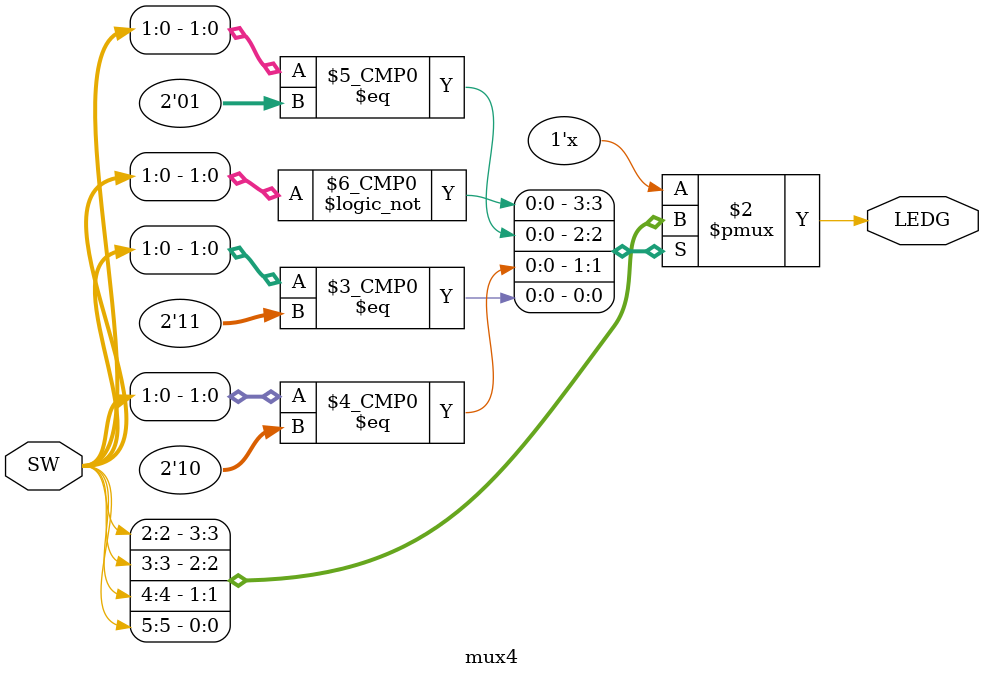
<source format=sv>
module exercise10 (
		input logic [2:0] SW,
		output logic [7:7] LEDG
);
		mux4  m1 ({(~SW[1]) , SW[1], (~SW[1]), (~SW[1]),SW[2],SW[0]}, LEDG[7]);
endmodule

module mux4(
	input logic [5:0] SW, // SW[5:2] = ENTRADA, SW[1:0] = SELETOR
   output logic [7:7] LEDG);
   always @ ( * )
     case (SW[1:0])
       0: LEDG = SW[2];
       1: LEDG = SW[3];
       2: LEDG = SW[4];
       3: LEDG = SW[5];
     endcase
endmodule
</source>
